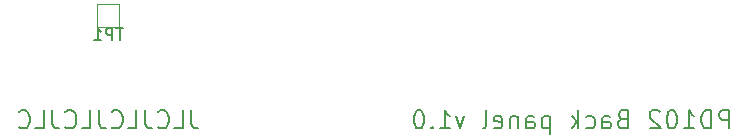
<source format=gbr>
%TF.GenerationSoftware,KiCad,Pcbnew,(5.1.6)-1*%
%TF.CreationDate,2020-11-22T20:04:02-08:00*%
%TF.ProjectId,vgavt1593-back,76676176-7431-4353-9933-2d6261636b2e,rev?*%
%TF.SameCoordinates,Original*%
%TF.FileFunction,Legend,Bot*%
%TF.FilePolarity,Positive*%
%FSLAX46Y46*%
G04 Gerber Fmt 4.6, Leading zero omitted, Abs format (unit mm)*
G04 Created by KiCad (PCBNEW (5.1.6)-1) date 2020-11-22 20:04:02*
%MOMM*%
%LPD*%
G01*
G04 APERTURE LIST*
%ADD10C,0.203200*%
%ADD11C,0.120000*%
%ADD12C,0.150000*%
G04 APERTURE END LIST*
D10*
X43869428Y-41075428D02*
X43869428Y-42164000D01*
X43942000Y-42381714D01*
X44087142Y-42526857D01*
X44304857Y-42599428D01*
X44450000Y-42599428D01*
X42418000Y-42599428D02*
X43143714Y-42599428D01*
X43143714Y-41075428D01*
X41039142Y-42454285D02*
X41111714Y-42526857D01*
X41329428Y-42599428D01*
X41474571Y-42599428D01*
X41692285Y-42526857D01*
X41837428Y-42381714D01*
X41910000Y-42236571D01*
X41982571Y-41946285D01*
X41982571Y-41728571D01*
X41910000Y-41438285D01*
X41837428Y-41293142D01*
X41692285Y-41148000D01*
X41474571Y-41075428D01*
X41329428Y-41075428D01*
X41111714Y-41148000D01*
X41039142Y-41220571D01*
X39950571Y-41075428D02*
X39950571Y-42164000D01*
X40023142Y-42381714D01*
X40168285Y-42526857D01*
X40386000Y-42599428D01*
X40531142Y-42599428D01*
X38499142Y-42599428D02*
X39224857Y-42599428D01*
X39224857Y-41075428D01*
X37120285Y-42454285D02*
X37192857Y-42526857D01*
X37410571Y-42599428D01*
X37555714Y-42599428D01*
X37773428Y-42526857D01*
X37918571Y-42381714D01*
X37991142Y-42236571D01*
X38063714Y-41946285D01*
X38063714Y-41728571D01*
X37991142Y-41438285D01*
X37918571Y-41293142D01*
X37773428Y-41148000D01*
X37555714Y-41075428D01*
X37410571Y-41075428D01*
X37192857Y-41148000D01*
X37120285Y-41220571D01*
X36031714Y-41075428D02*
X36031714Y-42164000D01*
X36104285Y-42381714D01*
X36249428Y-42526857D01*
X36467142Y-42599428D01*
X36612285Y-42599428D01*
X34580285Y-42599428D02*
X35306000Y-42599428D01*
X35306000Y-41075428D01*
X33201428Y-42454285D02*
X33274000Y-42526857D01*
X33491714Y-42599428D01*
X33636857Y-42599428D01*
X33854571Y-42526857D01*
X33999714Y-42381714D01*
X34072285Y-42236571D01*
X34144857Y-41946285D01*
X34144857Y-41728571D01*
X34072285Y-41438285D01*
X33999714Y-41293142D01*
X33854571Y-41148000D01*
X33636857Y-41075428D01*
X33491714Y-41075428D01*
X33274000Y-41148000D01*
X33201428Y-41220571D01*
X32112857Y-41075428D02*
X32112857Y-42164000D01*
X32185428Y-42381714D01*
X32330571Y-42526857D01*
X32548285Y-42599428D01*
X32693428Y-42599428D01*
X30661428Y-42599428D02*
X31387142Y-42599428D01*
X31387142Y-41075428D01*
X29282571Y-42454285D02*
X29355142Y-42526857D01*
X29572857Y-42599428D01*
X29718000Y-42599428D01*
X29935714Y-42526857D01*
X30080857Y-42381714D01*
X30153428Y-42236571D01*
X30226000Y-41946285D01*
X30226000Y-41728571D01*
X30153428Y-41438285D01*
X30080857Y-41293142D01*
X29935714Y-41148000D01*
X29718000Y-41075428D01*
X29572857Y-41075428D01*
X29355142Y-41148000D01*
X29282571Y-41220571D01*
X89421062Y-42599428D02*
X89421062Y-41075428D01*
X88840491Y-41075428D01*
X88695348Y-41148000D01*
X88622777Y-41220571D01*
X88550205Y-41365714D01*
X88550205Y-41583428D01*
X88622777Y-41728571D01*
X88695348Y-41801142D01*
X88840491Y-41873714D01*
X89421062Y-41873714D01*
X87897062Y-42599428D02*
X87897062Y-41075428D01*
X87534205Y-41075428D01*
X87316491Y-41148000D01*
X87171348Y-41293142D01*
X87098777Y-41438285D01*
X87026205Y-41728571D01*
X87026205Y-41946285D01*
X87098777Y-42236571D01*
X87171348Y-42381714D01*
X87316491Y-42526857D01*
X87534205Y-42599428D01*
X87897062Y-42599428D01*
X85574777Y-42599428D02*
X86445634Y-42599428D01*
X86010205Y-42599428D02*
X86010205Y-41075428D01*
X86155348Y-41293142D01*
X86300491Y-41438285D01*
X86445634Y-41510857D01*
X84631348Y-41075428D02*
X84486205Y-41075428D01*
X84341062Y-41148000D01*
X84268491Y-41220571D01*
X84195920Y-41365714D01*
X84123348Y-41656000D01*
X84123348Y-42018857D01*
X84195920Y-42309142D01*
X84268491Y-42454285D01*
X84341062Y-42526857D01*
X84486205Y-42599428D01*
X84631348Y-42599428D01*
X84776491Y-42526857D01*
X84849062Y-42454285D01*
X84921634Y-42309142D01*
X84994205Y-42018857D01*
X84994205Y-41656000D01*
X84921634Y-41365714D01*
X84849062Y-41220571D01*
X84776491Y-41148000D01*
X84631348Y-41075428D01*
X83542777Y-41220571D02*
X83470205Y-41148000D01*
X83325062Y-41075428D01*
X82962205Y-41075428D01*
X82817062Y-41148000D01*
X82744491Y-41220571D01*
X82671920Y-41365714D01*
X82671920Y-41510857D01*
X82744491Y-41728571D01*
X83615348Y-42599428D01*
X82671920Y-42599428D01*
X80349634Y-41801142D02*
X80131920Y-41873714D01*
X80059348Y-41946285D01*
X79986777Y-42091428D01*
X79986777Y-42309142D01*
X80059348Y-42454285D01*
X80131920Y-42526857D01*
X80277062Y-42599428D01*
X80857634Y-42599428D01*
X80857634Y-41075428D01*
X80349634Y-41075428D01*
X80204491Y-41148000D01*
X80131920Y-41220571D01*
X80059348Y-41365714D01*
X80059348Y-41510857D01*
X80131920Y-41656000D01*
X80204491Y-41728571D01*
X80349634Y-41801142D01*
X80857634Y-41801142D01*
X78680491Y-42599428D02*
X78680491Y-41801142D01*
X78753062Y-41656000D01*
X78898205Y-41583428D01*
X79188491Y-41583428D01*
X79333634Y-41656000D01*
X78680491Y-42526857D02*
X78825634Y-42599428D01*
X79188491Y-42599428D01*
X79333634Y-42526857D01*
X79406205Y-42381714D01*
X79406205Y-42236571D01*
X79333634Y-42091428D01*
X79188491Y-42018857D01*
X78825634Y-42018857D01*
X78680491Y-41946285D01*
X77301634Y-42526857D02*
X77446777Y-42599428D01*
X77737062Y-42599428D01*
X77882205Y-42526857D01*
X77954777Y-42454285D01*
X78027348Y-42309142D01*
X78027348Y-41873714D01*
X77954777Y-41728571D01*
X77882205Y-41656000D01*
X77737062Y-41583428D01*
X77446777Y-41583428D01*
X77301634Y-41656000D01*
X76648491Y-42599428D02*
X76648491Y-41075428D01*
X76503348Y-42018857D02*
X76067920Y-42599428D01*
X76067920Y-41583428D02*
X76648491Y-42164000D01*
X74253634Y-41583428D02*
X74253634Y-43107428D01*
X74253634Y-41656000D02*
X74108491Y-41583428D01*
X73818205Y-41583428D01*
X73673062Y-41656000D01*
X73600491Y-41728571D01*
X73527920Y-41873714D01*
X73527920Y-42309142D01*
X73600491Y-42454285D01*
X73673062Y-42526857D01*
X73818205Y-42599428D01*
X74108491Y-42599428D01*
X74253634Y-42526857D01*
X72221634Y-42599428D02*
X72221634Y-41801142D01*
X72294205Y-41656000D01*
X72439348Y-41583428D01*
X72729634Y-41583428D01*
X72874777Y-41656000D01*
X72221634Y-42526857D02*
X72366777Y-42599428D01*
X72729634Y-42599428D01*
X72874777Y-42526857D01*
X72947348Y-42381714D01*
X72947348Y-42236571D01*
X72874777Y-42091428D01*
X72729634Y-42018857D01*
X72366777Y-42018857D01*
X72221634Y-41946285D01*
X71495920Y-41583428D02*
X71495920Y-42599428D01*
X71495920Y-41728571D02*
X71423348Y-41656000D01*
X71278205Y-41583428D01*
X71060491Y-41583428D01*
X70915348Y-41656000D01*
X70842777Y-41801142D01*
X70842777Y-42599428D01*
X69536491Y-42526857D02*
X69681634Y-42599428D01*
X69971920Y-42599428D01*
X70117062Y-42526857D01*
X70189634Y-42381714D01*
X70189634Y-41801142D01*
X70117062Y-41656000D01*
X69971920Y-41583428D01*
X69681634Y-41583428D01*
X69536491Y-41656000D01*
X69463920Y-41801142D01*
X69463920Y-41946285D01*
X70189634Y-42091428D01*
X68593062Y-42599428D02*
X68738205Y-42526857D01*
X68810777Y-42381714D01*
X68810777Y-41075428D01*
X66996491Y-41583428D02*
X66633634Y-42599428D01*
X66270777Y-41583428D01*
X64891920Y-42599428D02*
X65762777Y-42599428D01*
X65327348Y-42599428D02*
X65327348Y-41075428D01*
X65472491Y-41293142D01*
X65617634Y-41438285D01*
X65762777Y-41510857D01*
X64238777Y-42454285D02*
X64166205Y-42526857D01*
X64238777Y-42599428D01*
X64311348Y-42526857D01*
X64238777Y-42454285D01*
X64238777Y-42599428D01*
X63222777Y-41075428D02*
X63077634Y-41075428D01*
X62932491Y-41148000D01*
X62859920Y-41220571D01*
X62787348Y-41365714D01*
X62714777Y-41656000D01*
X62714777Y-42018857D01*
X62787348Y-42309142D01*
X62859920Y-42454285D01*
X62932491Y-42526857D01*
X63077634Y-42599428D01*
X63222777Y-42599428D01*
X63367920Y-42526857D01*
X63440491Y-42454285D01*
X63513062Y-42309142D01*
X63585634Y-42018857D01*
X63585634Y-41656000D01*
X63513062Y-41365714D01*
X63440491Y-41220571D01*
X63367920Y-41148000D01*
X63222777Y-41075428D01*
D11*
%TO.C,TP1*%
X35880000Y-32070000D02*
X35880000Y-33970000D01*
X37780000Y-32070000D02*
X35880000Y-32070000D01*
X37780000Y-33970000D02*
X37780000Y-32070000D01*
X35880000Y-33970000D02*
X37780000Y-33970000D01*
D12*
X38091904Y-34120380D02*
X37520476Y-34120380D01*
X37806190Y-35120380D02*
X37806190Y-34120380D01*
X37187142Y-35120380D02*
X37187142Y-34120380D01*
X36806190Y-34120380D01*
X36710952Y-34168000D01*
X36663333Y-34215619D01*
X36615714Y-34310857D01*
X36615714Y-34453714D01*
X36663333Y-34548952D01*
X36710952Y-34596571D01*
X36806190Y-34644190D01*
X37187142Y-34644190D01*
X35663333Y-35120380D02*
X36234761Y-35120380D01*
X35949047Y-35120380D02*
X35949047Y-34120380D01*
X36044285Y-34263238D01*
X36139523Y-34358476D01*
X36234761Y-34406095D01*
%TD*%
M02*

</source>
